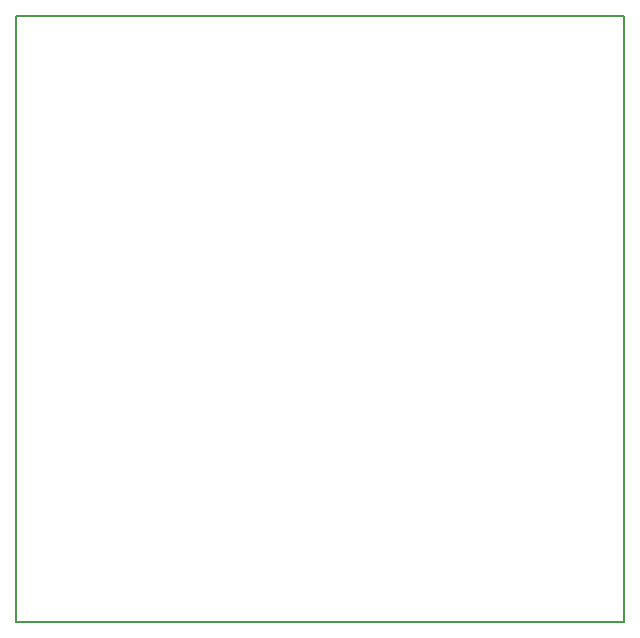
<source format=gbr>
%TF.GenerationSoftware,KiCad,Pcbnew,8.0.0*%
%TF.CreationDate,2024-03-12T18:53:39-07:00*%
%TF.ProjectId,GD_test,47445f74-6573-4742-9e6b-696361645f70,rev?*%
%TF.SameCoordinates,Original*%
%TF.FileFunction,Profile,NP*%
%FSLAX46Y46*%
G04 Gerber Fmt 4.6, Leading zero omitted, Abs format (unit mm)*
G04 Created by KiCad (PCBNEW 8.0.0) date 2024-03-12 18:53:39*
%MOMM*%
%LPD*%
G01*
G04 APERTURE LIST*
%TA.AperFunction,Profile*%
%ADD10C,0.200000*%
%TD*%
G04 APERTURE END LIST*
D10*
X103000000Y-65500000D02*
X154400000Y-65500000D01*
X154400000Y-116800000D01*
X103000000Y-116800000D01*
X103000000Y-65500000D01*
M02*

</source>
